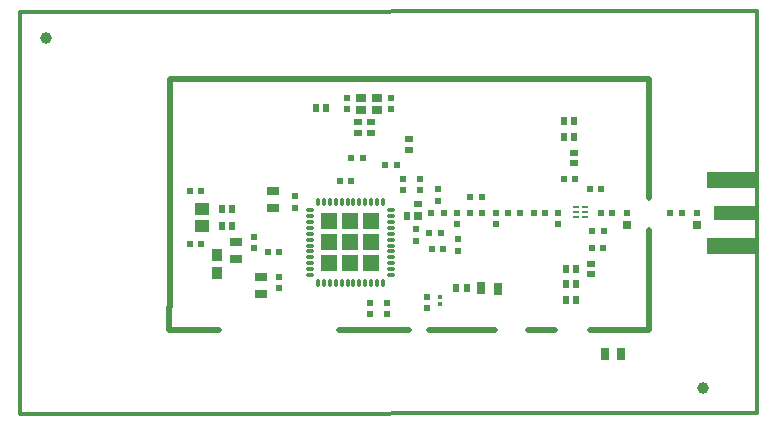
<source format=gtp>
G04*
G04 #@! TF.GenerationSoftware,Altium Limited,Altium Designer,20.2.6 (244)*
G04*
G04 Layer_Color=8421504*
%FSLAX43Y43*%
%MOMM*%
G71*
G04*
G04 #@! TF.SameCoordinates,2C86BF04-D5EB-48A7-99AD-59697B33CBFA*
G04*
G04*
G04 #@! TF.FilePolarity,Positive*
G04*
G01*
G75*
%ADD10C,0.500*%
%ADD11R,1.450X1.450*%
%ADD12C,0.300*%
G04:AMPARAMS|DCode=13|XSize=0.6mm|YSize=0.3mm|CornerRadius=0mm|HoleSize=0mm|Usage=FLASHONLY|Rotation=180.000|XOffset=0mm|YOffset=0mm|HoleType=Round|Shape=Octagon|*
%AMOCTAGOND13*
4,1,8,-0.300,0.075,-0.300,-0.075,-0.225,-0.150,0.225,-0.150,0.300,-0.075,0.300,0.075,0.225,0.150,-0.225,0.150,-0.300,0.075,0.0*
%
%ADD13OCTAGOND13*%

G04:AMPARAMS|DCode=14|XSize=0.6mm|YSize=0.3mm|CornerRadius=0mm|HoleSize=0mm|Usage=FLASHONLY|Rotation=90.000|XOffset=0mm|YOffset=0mm|HoleType=Round|Shape=Octagon|*
%AMOCTAGOND14*
4,1,8,0.075,0.300,-0.075,0.300,-0.150,0.225,-0.150,-0.225,-0.075,-0.300,0.075,-0.300,0.150,-0.225,0.150,0.225,0.075,0.300,0.0*
%
%ADD14OCTAGOND14*%

%ADD15R,0.600X0.225*%
%ADD16R,0.700X0.550*%
%ADD17R,0.550X0.700*%
%ADD18R,0.700X0.700*%
%ADD19R,0.725X1.000*%
%ADD20R,0.850X0.750*%
%ADD21R,1.250X1.000*%
%ADD22R,0.950X1.100*%
%ADD23R,0.600X0.600*%
%ADD24R,0.300X0.425*%
%ADD25R,4.200X1.350*%
%ADD26R,3.600X1.270*%
%ADD27R,0.600X0.600*%
%ADD28R,1.000X0.725*%
%ADD29C,1.000*%
D10*
X26961Y-9859D02*
X32942Y-9852D01*
X53224Y-9876D02*
Y-1391D01*
X48190Y-9862D02*
X53224D01*
X12622Y-9862D02*
X16820D01*
X34597Y-9856D02*
X40164Y-9847D01*
X27895Y-9862D02*
X28960D01*
X12629Y-7963D02*
Y11360D01*
X16537D01*
X12622Y-9862D02*
Y-7963D01*
X42939Y-9864D02*
X45273Y-9847D01*
X53232Y1286D02*
Y11346D01*
X16537Y11346D02*
X53232Y11346D01*
D11*
X29703Y-663D02*
D03*
Y-2466D02*
D03*
Y-4246D02*
D03*
X27925D02*
D03*
Y-2466D02*
D03*
Y-663D02*
D03*
X26151Y-4247D02*
D03*
X26151Y-2467D02*
D03*
Y-664D02*
D03*
D12*
X-9Y17005D02*
X62391Y17098D01*
X-9Y17005D02*
X0Y-17000D01*
X62391Y17098D02*
X62401Y-16907D01*
X0Y-17000D02*
X62401Y-16907D01*
D13*
X24541Y-231D02*
D03*
Y269D02*
D03*
Y-731D02*
D03*
Y-1231D02*
D03*
Y-1731D02*
D03*
Y-2231D02*
D03*
Y-2731D02*
D03*
Y-3231D02*
D03*
Y-4231D02*
D03*
Y-4731D02*
D03*
Y-5231D02*
D03*
X31338Y269D02*
D03*
Y-231D02*
D03*
Y-731D02*
D03*
Y-1231D02*
D03*
Y-1731D02*
D03*
Y-2231D02*
D03*
Y-2731D02*
D03*
Y-3231D02*
D03*
Y-3731D02*
D03*
Y-4231D02*
D03*
Y-4731D02*
D03*
Y-5231D02*
D03*
X24541Y-3731D02*
D03*
D14*
X30700Y-5878D02*
D03*
X30200D02*
D03*
X29700D02*
D03*
X29200D02*
D03*
X28700D02*
D03*
X28200D02*
D03*
X27700D02*
D03*
X27200D02*
D03*
X26700D02*
D03*
X26200D02*
D03*
X25700D02*
D03*
X25193D02*
D03*
X30700Y919D02*
D03*
X30200D02*
D03*
X29700D02*
D03*
X29200D02*
D03*
X28700D02*
D03*
X28200D02*
D03*
X27700D02*
D03*
X27200D02*
D03*
X26700D02*
D03*
X26200D02*
D03*
X25700D02*
D03*
X25200D02*
D03*
D15*
X47000Y500D02*
D03*
Y100D02*
D03*
Y-300D02*
D03*
X47800Y500D02*
D03*
Y100D02*
D03*
Y-300D02*
D03*
D16*
X33698Y758D02*
D03*
X48303Y-5173D02*
D03*
X48303Y-4273D02*
D03*
X46900Y5126D02*
D03*
Y4226D02*
D03*
X28575Y6825D02*
D03*
Y7725D02*
D03*
X29725Y6825D02*
D03*
Y7725D02*
D03*
X32887Y6258D02*
D03*
X32887Y5358D02*
D03*
D17*
X32715Y-225D02*
D03*
X37773Y-6349D02*
D03*
X36873Y-6349D02*
D03*
X46004Y6426D02*
D03*
X46904D02*
D03*
X25915Y8885D02*
D03*
X25015D02*
D03*
X46004Y7826D02*
D03*
X46904D02*
D03*
X46153Y-7348D02*
D03*
X47053D02*
D03*
X46153Y-4699D02*
D03*
X47053D02*
D03*
X46153Y-5999D02*
D03*
X47053D02*
D03*
X17943Y-1039D02*
D03*
X17043D02*
D03*
X17943Y362D02*
D03*
X17043D02*
D03*
D18*
X33698Y-225D02*
D03*
X57325Y-1025D02*
D03*
X51350D02*
D03*
D19*
X39011Y-6365D02*
D03*
X40436Y-6381D02*
D03*
X49459Y-11918D02*
D03*
X50884D02*
D03*
D20*
X30150Y8750D02*
D03*
Y9800D02*
D03*
X28800Y8750D02*
D03*
Y9800D02*
D03*
D21*
X15368Y-1114D02*
D03*
X15368Y386D02*
D03*
D22*
X16624Y-3536D02*
D03*
X16624Y-5036D02*
D03*
D23*
X33475Y-1305D02*
D03*
Y-2365D02*
D03*
X57325Y25D02*
D03*
X35388Y2075D02*
D03*
Y1015D02*
D03*
X27625Y9750D02*
D03*
Y8800D02*
D03*
X51350Y25D02*
D03*
X37025Y-3161D02*
D03*
Y-2211D02*
D03*
X31375Y9750D02*
D03*
Y8800D02*
D03*
X45500Y25D02*
D03*
Y-925D02*
D03*
X40299Y25D02*
D03*
Y-925D02*
D03*
X37000D02*
D03*
Y25D02*
D03*
X32423Y1975D02*
D03*
Y2925D02*
D03*
X33823Y1975D02*
D03*
Y2925D02*
D03*
X34413Y-7074D02*
D03*
Y-8024D02*
D03*
X21911Y-6307D02*
D03*
Y-5357D02*
D03*
X19749Y-2013D02*
D03*
Y-2963D02*
D03*
X23251Y475D02*
D03*
Y1425D02*
D03*
X31000Y-8565D02*
D03*
Y-7615D02*
D03*
X29600D02*
D03*
Y-8565D02*
D03*
D24*
X35563Y-7069D02*
D03*
X35563Y-7694D02*
D03*
D25*
X60270Y2850D02*
D03*
Y-2800D02*
D03*
D26*
X60470Y25D02*
D03*
D27*
X48192Y2031D02*
D03*
X49142D02*
D03*
X56055Y25D02*
D03*
X54995D02*
D03*
X34768Y19D02*
D03*
X35828D02*
D03*
X42337Y25D02*
D03*
X41277D02*
D03*
X39111Y20D02*
D03*
X38051D02*
D03*
X28025Y2700D02*
D03*
X27075D02*
D03*
X31850Y4100D02*
D03*
X30900D02*
D03*
X35575Y-1635D02*
D03*
X34625D02*
D03*
X50100Y25D02*
D03*
X49150D02*
D03*
X35800Y-3035D02*
D03*
X34850D02*
D03*
X46025Y2926D02*
D03*
X46975D02*
D03*
X43505Y25D02*
D03*
X44455D02*
D03*
X39056Y1345D02*
D03*
X38106D02*
D03*
X48372Y-2973D02*
D03*
X49322D02*
D03*
X15273Y-2589D02*
D03*
X14323D02*
D03*
Y1862D02*
D03*
X15273D02*
D03*
X28025Y4700D02*
D03*
X28975D02*
D03*
X21924Y-3241D02*
D03*
X20974D02*
D03*
X48426Y-1500D02*
D03*
X49376D02*
D03*
D28*
X20411Y-6847D02*
D03*
X20411Y-5422D02*
D03*
X18249Y-3851D02*
D03*
Y-2426D02*
D03*
X21400Y463D02*
D03*
Y1888D02*
D03*
D29*
X57800Y-14800D02*
D03*
X2200Y14800D02*
D03*
M02*

</source>
